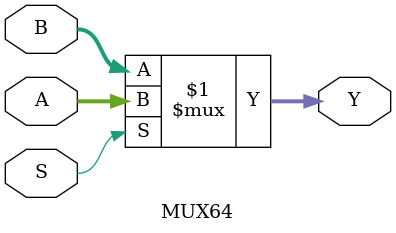
<source format=v>
module MUX64(A, B, S, Y);
    input wire[63:0] A;
    input wire[63:0] B;
    input wire S;
    output reg[63:0] Y;

    assign Y = S ? A : B;

endmodule
</source>
